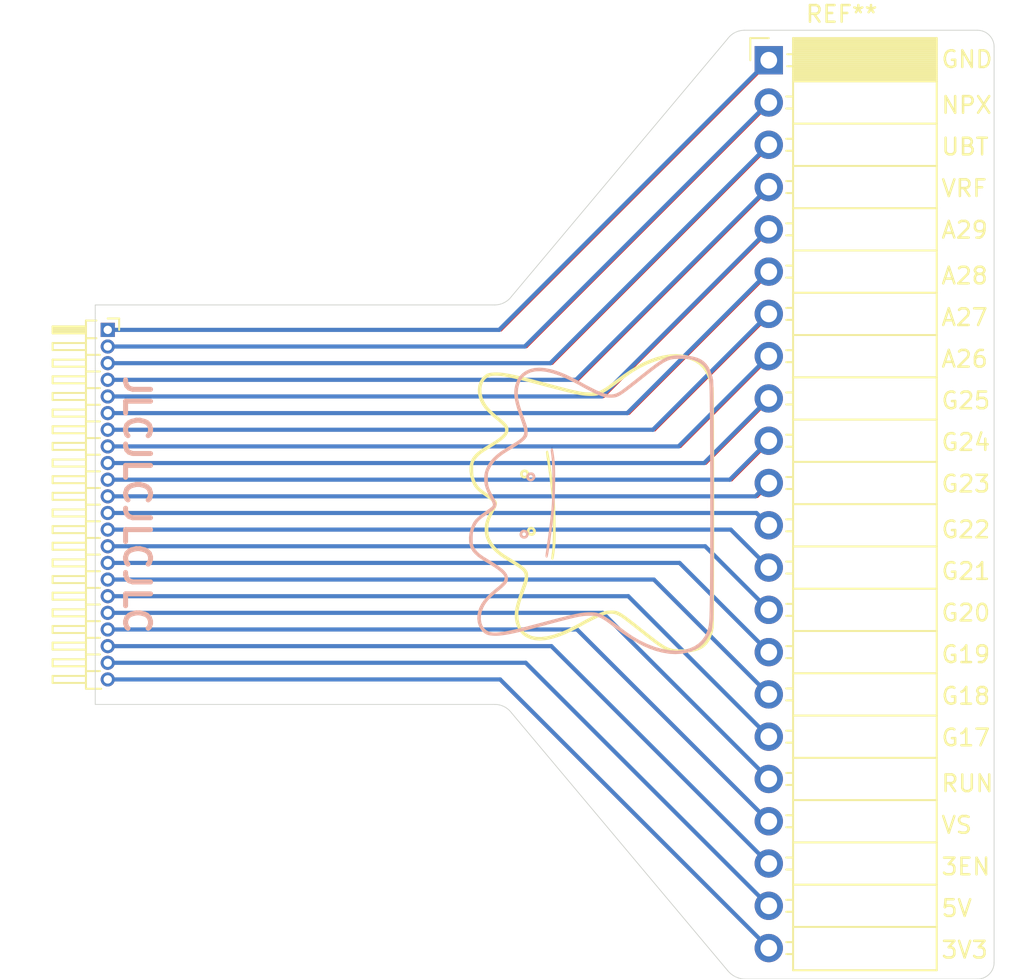
<source format=kicad_pcb>
(kicad_pcb (version 20211014) (generator pcbnew)
  (layers (0 "F.Cu" signal) (31 "B.Cu" signal) (34 "B.Paste" user) (35 "F.Paste" user) (36 "B.SilkS" user "B.Silkscreen") (37 "F.SilkS" user "F.Silkscreen") (38 "B.Mask" user) (39 "F.Mask" user) (44 "Edge.Cuts" user))
  (net 0 "")
  (footprint "Connector_PinSocket_2.54mm:PinSocket_1x22_P2.54mm_Horizontal" (layer "F.Cu") (at 159.0625 67.8)
    (fp_text reference "REF**" (at -9.22 -2.77) (layer "F.SilkS"))
    (fp_text value "PinSocket_1x22_P2.54mm_Horizontal")
    (pad "1" thru_hole rect (at -13.6 0) (size 1.7 1.7) (drill 1) (layers *.Cu *.Mask))
    (pad "2" thru_hole oval (at -13.6 2.54) (size 1.7 1.7) (drill 1) (layers *.Cu *.Mask))
    (pad "3" thru_hole oval (at -13.6 5.08) (size 1.7 1.7) (drill 1) (layers *.Cu *.Mask))
    (pad "4" thru_hole oval (at -13.6 7.62) (size 1.7 1.7) (drill 1) (layers *.Cu *.Mask))
    (pad "5" thru_hole oval (at -13.6 10.16) (size 1.7 1.7) (drill 1) (layers *.Cu *.Mask))
    (pad "6" thru_hole oval (at -13.6 12.7) (size 1.7 1.7) (drill 1) (layers *.Cu *.Mask))
    (pad "7" thru_hole oval (at -13.6 15.24) (size 1.7 1.7) (drill 1) (layers *.Cu *.Mask))
    (pad "8" thru_hole oval (at -13.6 17.78) (size 1.7 1.7) (drill 1) (layers *.Cu *.Mask))
    (pad "9" thru_hole oval (at -13.6 20.32) (size 1.7 1.7) (drill 1) (layers *.Cu *.Mask))
    (pad "10" thru_hole oval (at -13.6 22.86) (size 1.7 1.7) (drill 1) (layers *.Cu *.Mask))
    (pad "11" thru_hole oval (at -13.6 25.4) (size 1.7 1.7) (drill 1) (layers *.Cu *.Mask))
    (pad "12" thru_hole oval (at -13.6 27.94) (size 1.7 1.7) (drill 1) (layers *.Cu *.Mask))
    (pad "13" thru_hole oval (at -13.6 30.48) (size 1.7 1.7) (drill 1) (layers *.Cu *.Mask))
    (pad "14" thru_hole oval (at -13.6 33.02) (size 1.7 1.7) (drill 1) (layers *.Cu *.Mask))
    (pad "15" thru_hole oval (at -13.6 35.56) (size 1.7 1.7) (drill 1) (layers *.Cu *.Mask))
    (pad "16" thru_hole oval (at -13.6 38.1) (size 1.7 1.7) (drill 1) (layers *.Cu *.Mask))
    (pad "17" thru_hole oval (at -13.6 40.64) (size 1.7 1.7) (drill 1) (layers *.Cu *.Mask))
    (pad "18" thru_hole oval (at -13.6 43.18) (size 1.7 1.7) (drill 1) (layers *.Cu *.Mask))
    (pad "19" thru_hole oval (at -13.6 45.72) (size 1.7 1.7) (drill 1) (layers *.Cu *.Mask))
    (pad "20" thru_hole oval (at -13.6 48.26) (size 1.7 1.7) (drill 1) (layers *.Cu *.Mask))
    (pad "21" thru_hole oval (at -13.6 50.8) (size 1.7 1.7) (drill 1) (layers *.Cu *.Mask))
    (pad "22" thru_hole oval (at -13.6 53.34) (size 1.7 1.7) (drill 1) (layers *.Cu *.Mask))
  )
  (footprint "Connector_PinHeader_1.00mm:PinHeader_1x22_P1.00mm_Horizontal" (layer "F.Cu") (at 100.15 84)
    (fp_text reference "J1" hide)
    (fp_text value "Conn_01x21")
    (pad "1" thru_hole rect (at 5.6 0) (size 0.85 0.85) (drill 0.5) (layers *.Cu *.Mask))
    (pad "2" thru_hole oval (at 5.6 1) (size 0.85 0.85) (drill 0.5) (layers *.Cu *.Mask))
    (pad "3" thru_hole oval (at 5.6 2) (size 0.85 0.85) (drill 0.5) (layers *.Cu *.Mask))
    (pad "4" thru_hole oval (at 5.6 3) (size 0.85 0.85) (drill 0.5) (layers *.Cu *.Mask))
    (pad "5" thru_hole oval (at 5.6 4) (size 0.85 0.85) (drill 0.5) (layers *.Cu *.Mask))
    (pad "6" thru_hole oval (at 5.6 5) (size 0.85 0.85) (drill 0.5) (layers *.Cu *.Mask))
    (pad "7" thru_hole oval (at 5.6 6) (size 0.85 0.85) (drill 0.5) (layers *.Cu *.Mask))
    (pad "8" thru_hole oval (at 5.6 7) (size 0.85 0.85) (drill 0.5) (layers *.Cu *.Mask))
    (pad "9" thru_hole oval (at 5.6 8) (size 0.85 0.85) (drill 0.5) (layers *.Cu *.Mask))
    (pad "10" thru_hole oval (at 5.6 9) (size 0.85 0.85) (drill 0.5) (layers *.Cu *.Mask))
    (pad "11" thru_hole oval (at 5.6 10) (size 0.85 0.85) (drill 0.5) (layers *.Cu *.Mask))
    (pad "12" thru_hole oval (at 5.6 11) (size 0.85 0.85) (drill 0.5) (layers *.Cu *.Mask))
    (pad "13" thru_hole oval (at 5.6 12) (size 0.85 0.85) (drill 0.5) (layers *.Cu *.Mask))
    (pad "14" thru_hole oval (at 5.6 13) (size 0.85 0.85) (drill 0.5) (layers *.Cu *.Mask))
    (pad "15" thru_hole oval (at 5.6 14) (size 0.85 0.85) (drill 0.5) (layers *.Cu *.Mask))
    (pad "16" thru_hole oval (at 5.6 15) (size 0.85 0.85) (drill 0.5) (layers *.Cu *.Mask))
    (pad "17" thru_hole oval (at 5.6 16) (size 0.85 0.85) (drill 0.5) (layers *.Cu *.Mask))
    (pad "18" thru_hole oval (at 5.6 17) (size 0.85 0.85) (drill 0.5) (layers *.Cu *.Mask))
    (pad "19" thru_hole oval (at 5.6 18) (size 0.85 0.85) (drill 0.5) (layers *.Cu *.Mask))
    (pad "20" thru_hole oval (at 5.6 19) (size 0.85 0.85) (drill 0.5) (layers *.Cu *.Mask))
    (pad "21" thru_hole oval (at 5.6 20) (size 0.85 0.85) (drill 0.5) (layers *.Cu *.Mask))
    (pad "22" thru_hole oval (at 5.6 21) (size 0.85 0.85) (drill 0.5) (layers *.Cu *.Mask))
  )
  (footprint "LOGO" (layer "F.Cu") (at 135.15 84.3 90)
    (fp_text reference "G***" hide)
    (fp_text value "LOGO" hide)
  )
  (footprint "LOGO" (layer "B.Cu") (at 135.119123 104.632972 -90)
    (fp_text reference "G***" hide)
    (fp_text value "LOGO" hide)
  )
  (gr_line (start 159 67) (end 159 122) (layer "Edge.Cuts") (width 0.05))
  (gr_line (start 105 83) (end 105 82.5) (layer "Edge.Cuts") (width 0.05))
  (gr_line (start 144 66) (end 158 66) (layer "Edge.Cuts") (width 0.05))
  (gr_arc (start 130 82) (mid 129.558911 82.367822) (end 129 82.5) (layer "Edge.Cuts") (width 0.05))
  (gr_arc (start 144 123) (mid 143.447254 122.855491) (end 143 122.5) (layer "Edge.Cuts") (width 0.05))
  (gr_line (start 130 82) (end 143 66.5) (layer "Edge.Cuts") (width 0.05))
  (gr_line (start 105 82.5) (end 129 82.5) (layer "Edge.Cuts") (width 0.05))
  (gr_line (start 105 106.5) (end 105 83) (layer "Edge.Cuts") (width 0.05))
  (gr_line (start 158 123) (end 144 123) (layer "Edge.Cuts") (width 0.05))
  (gr_line (start 143 122.5) (end 130 107) (layer "Edge.Cuts") (width 0.05))
  (gr_arc (start 159 122) (mid 158.707107 122.707107) (end 158 123) (layer "Edge.Cuts") (width 0.05))
  (gr_line (start 129 106.5) (end 105 106.5) (layer "Edge.Cuts") (width 0.05))
  (gr_arc (start 158 66) (mid 158.707107 66.292893) (end 159 67) (layer "Edge.Cuts") (width 0.05))
  (gr_arc (start 129 106.5) (mid 129.558648 106.632703) (end 130 107) (layer "Edge.Cuts") (width 0.05))
  (gr_arc (start 143 66.5) (mid 143.44119 66.132381) (end 144 66) (layer "Edge.Cuts") (width 0.05))
  (gr_text "JLCJLCJLCJLC" (at 107.5 94.5 270) (layer "B.SilkS") (effects (font (size 1.5 1.5) (thickness 0.3))))
  (gr_text "G25" (at 155.75 88.25) (layer "F.SilkS") (effects (font (size 1 1)) (justify left)))
  (gr_text "G19" (at 155.75 103.5) (layer "F.SilkS") (effects (font (size 1 1)) (justify left)))
  (gr_text "3V3" (at 155.75 121.25) (layer "F.SilkS") (effects (font (size 1 1)) (justify left)))
  (gr_text "G24" (at 155.75 90.75) (layer "F.SilkS") (effects (font (size 1 1)) (justify left)))
  (gr_text "5V" (at 155.75 118.75) (layer "F.SilkS") (effects (font (size 1 1)) (justify left)))
  (gr_text "G23" (at 155.75 93.25) (layer "F.SilkS") (effects (font (size 1 1)) (justify left)))
  (gr_text "UBT" (at 155.75 73) (layer "F.SilkS") (effects (font (size 1 1)) (justify left)))
  (gr_text "GND" (at 155.75 67.75) (layer "F.SilkS") (effects (font (size 1 1)) (justify left)))
  (gr_text "A27" (at 155.75 83.25) (layer "F.SilkS") (effects (font (size 1 1)) (justify left)))
  (gr_text "VS" (at 155.75 113.75) (layer "F.SilkS") (effects (font (size 1 1)) (justify left)))
  (gr_text "3EN" (at 155.75 116.25) (layer "F.SilkS") (effects (font (size 1 1)) (justify left)))
  (gr_text "G20" (at 155.75 101) (layer "F.SilkS") (effects (font (size 1 1)) (justify left)))
  (gr_text "A29" (at 155.75 78) (layer "F.SilkS") (effects (font (size 1 1)) (justify left)))
  (gr_text "G18" (at 155.75 106) (layer "F.SilkS") (effects (font (size 1 1)) (justify left)))
  (gr_text "A28" (at 155.75 80.75) (layer "F.SilkS") (effects (font (size 1 1)) (justify left)))
  (gr_text "G21" (at 155.75 98.5) (layer "F.SilkS") (effects (font (size 1 1)) (justify left)))
  (gr_text "RUN" (at 155.75 111.25) (layer "F.SilkS") (effects (font (size 1 1)) (justify left)))
  (gr_text "G17" (at 155.75 108.5) (layer "F.SilkS") (effects (font (size 1 1)) (justify left)))
  (gr_text "A26" (at 155.75 85.75) (layer "F.SilkS") (effects (font (size 1 1)) (justify left)))
  (gr_text "VRF" (at 155.75 75.5) (layer "F.SilkS") (effects (font (size 1 1)) (justify left)))
  (gr_text "G22" (at 155.75 96) (layer "F.SilkS") (effects (font (size 1 1)) (justify left)))
  (gr_text "NPX" (at 155.75 70.5) (layer "F.SilkS") (effects (font (size 1 1)) (justify left)))
  (segment (start 144.7 95) (end 145.5 95.8) (width 0.2) (layer "F.Cu") (net 0))
  (segment (start 129.3 105) (end 145.5 121.2) (width 0.2) (layer "F.Cu") (net 0))
  (segment (start 105.625 93) (end 143.22 93) (width 0.2) (layer "F.Cu") (net 0))
  (segment (start 130.9 85) (end 145.5 70.4) (width 0.2) (layer "F.Cu") (net 0))
  (segment (start 105.625 91) (end 140.14 91) (width 0.2) (layer "F.Cu") (net 0))
  (segment (start 133.98 87) (end 145.5 75.48) (width 0.2) (layer "F.Cu") (net 0))
  (segment (start 143.16 96) (end 145.5 98.34) (width 0.2) (layer "F.Cu") (net 0))
  (segment (start 135.52 88) (end 145.5 78.02) (width 0.2) (layer "F.Cu") (net 0))
  (segment (start 137.06 89) (end 145.5 80.56) (width 0.2) (layer "F.Cu") (net 0))
  (segment (start 140.08 98) (end 145.5 103.42) (width 0.2) (layer "F.Cu") (net 0))
  (segment (start 137 100) (end 145.5 108.5) (width 0.2) (layer "F.Cu") (net 0))
  (segment (start 105.625 89) (end 137.06 89) (width 0.2) (layer "F.Cu") (net 0))
  (segment (start 105.625 85) (end 130.9 85) (width 0.2) (layer "F.Cu") (net 0))
  (segment (start 135.46 101) (end 145.5 111.04) (width 0.2) (layer "F.Cu") (net 0))
  (segment (start 105.625 101) (end 135.46 101) (width 0.2) (layer "F.Cu") (net 0))
  (segment (start 140.14 91) (end 145.5 85.64) (width 0.2) (layer "F.Cu") (net 0))
  (segment (start 105.625 90) (end 138.6 90) (width 0.2) (layer "F.Cu") (net 0))
  (segment (start 105.625 94) (end 144.76 94) (width 0.2) (layer "F.Cu") (net 0))
  (segment (start 105.625 100) (end 137 100) (width 0.2) (layer "F.Cu") (net 0))
  (segment (start 141.62 97) (end 145.5 100.88) (width 0.2) (layer "F.Cu") (net 0))
  (segment (start 141.68 92) (end 145.5 88.18) (width 0.2) (layer "F.Cu") (net 0))
  (segment (start 105.625 102) (end 133.92 102) (width 0.2) (layer "F.Cu") (net 0))
  (segment (start 145.5 67.86) (end 129.36 84) (width 0.2) (layer "F.Cu") (net 0))
  (segment (start 105.625 98) (end 140.08 98) (width 0.2) (layer "F.Cu") (net 0))
  (segment (start 138.54 99) (end 145.5 105.96) (width 0.2) (layer "F.Cu") (net 0))
  (segment (start 132.44 86) (end 145.5 72.94) (width 0.2) (layer "F.Cu") (net 0))
  (segment (start 105.625 95) (end 113 95) (width 0.2) (layer "F.Cu") (net 0))
  (segment (start 112.375 86) (end 132.44 86) (width 0.2) (layer "F.Cu") (net 0))
  (segment (start 143.22 93) (end 145.5 90.72) (width 0.2) (layer "F.Cu") (net 0))
  (segment (start 105.625 86) (end 112.5 86) (width 0.2) (layer "F.Cu") (net 0))
  (segment (start 132.38 103) (end 145.5 116.12) (width 0.2) (layer "F.Cu") (net 0))
  (segment (start 105.625 97) (end 141.62 97) (width 0.2) (layer "F.Cu") (net 0))
  (segment (start 105.625 96) (end 143.16 96) (width 0.2) (layer "F.Cu") (net 0))
  (segment (start 133.92 102) (end 145.5 113.58) (width 0.2) (layer "F.Cu") (net 0))
  (segment (start 130.84 104) (end 145.5 118.66) (width 0.2) (layer "F.Cu") (net 0))
  (segment (start 144.76 94) (end 145.5 93.26) (width 0.2) (layer "F.Cu") (net 0))
  (segment (start 129.36 84) (end 105.625 84) (width 0.2) (layer "F.Cu") (net 0))
  (segment (start 138.6 90) (end 145.5 83.1) (width 0.2) (layer "F.Cu") (net 0))
  (segment (start 105.625 99) (end 138.54 99) (width 0.2) (layer "F.Cu") (net 0))
  (segment (start 105.625 104) (end 130.84 104) (width 0.2) (layer "F.Cu") (net 0))
  (segment (start 105.625 105) (end 129.3 105) (width 0.2) (layer "F.Cu") (net 0))
  (segment (start 105.625 92) (end 141.68 92) (width 0.2) (layer "F.Cu") (net 0))
  (segment (start 112.375 95) (end 144.7 95) (width 0.2) (layer "F.Cu") (net 0))
  (segment (start 105.625 87) (end 133.98 87) (width 0.2) (layer "F.Cu") (net 0))
  (segment (start 105.625 88) (end 135.52 88) (width 0.2) (layer "F.Cu") (net 0))
  (segment (start 105.625 103) (end 132.38 103) (width 0.2) (layer "F.Cu") (net 0))
  (segment (start 105.75 86) (end 132.3425 86) (width 0.25) (layer "B.Cu") (net 0))
  (segment (start 138.5025 90) (end 145.4625 83.04) (width 0.25) (layer "B.Cu") (net 0))
  (segment (start 138.5625 99) (end 145.4625 105.9) (width 0.25) (layer "B.Cu") (net 0))
  (segment (start 129.2625 84) (end 145.4625 67.8) (width 0.25) (layer "B.Cu") (net 0))
  (segment (start 130.8625 104) (end 145.4625 118.6) (width 0.25) (layer "B.Cu") (net 0))
  (segment (start 143.1225 93) (end 145.4625 90.66) (width 0.25) (layer "B.Cu") (net 0))
  (segment (start 105.75 92) (end 141.5825 92) (width 0.25) (layer "B.Cu") (net 0))
  (segment (start 105.75 104) (end 130.8625 104) (width 0.25) (layer "B.Cu") (net 0))
  (segment (start 105.75 103) (end 132.4025 103) (width 0.25) (layer "B.Cu") (net 0))
  (segment (start 105.75 93) (end 143.1225 93) (width 0.25) (layer "B.Cu") (net 0))
  (segment (start 129.3225 105) (end 145.4625 121.14) (width 0.25) (layer "B.Cu") (net 0))
  (segment (start 132.3425 86) (end 145.4625 72.88) (width 0.25) (layer "B.Cu") (net 0))
  (segment (start 105.75 95) (end 144.7225 95) (width 0.25) (layer "B.Cu") (net 0))
  (segment (start 133.9425 102) (end 145.4625 113.52) (width 0.25) (layer "B.Cu") (net 0))
  (segment (start 136.9625 89) (end 105.75 89) (width 0.25) (layer "B.Cu") (net 0))
  (segment (start 105.75 88) (end 135.4225 88) (width 0.25) (layer "B.Cu") (net 0))
  (segment (start 105.75 98) (end 140.1025 98) (width 0.25) (layer "B.Cu") (net 0))
  (segment (start 105.75 90) (end 138.5025 90) (width 0.25) (layer "B.Cu") (net 0))
  (segment (start 132.4025 103) (end 145.4625 116.06) (width 0.25) (layer "B.Cu") (net 0))
  (segment (start 140.0425 91) (end 145.4625 85.58) (width 0.25) (layer "B.Cu") (net 0))
  (segment (start 105.75 101) (end 135.4825 101) (width 0.25) (layer "B.Cu") (net 0))
  (segment (start 141.5825 92) (end 145.4625 88.12) (width 0.25) (layer "B.Cu") (net 0))
  (segment (start 135.4825 101) (end 145.4625 110.98) (width 0.25) (layer "B.Cu") (net 0))
  (segment (start 140.1025 98) (end 145.4625 103.36) (width 0.25) (layer "B.Cu") (net 0))
  (segment (start 105.75 84) (end 129.2625 84) (width 0.25) (layer "B.Cu") (net 0))
  (segment (start 105.75 91) (end 140.0425 91) (width 0.25) (layer "B.Cu") (net 0))
  (segment (start 145.4625 70.34) (end 130.8025 85) (width 0.25) (layer "B.Cu") (net 0))
  (segment (start 105.75 102) (end 133.9425 102) (width 0.25) (layer "B.Cu") (net 0))
  (segment (start 145.4625 75.42) (end 133.8825 87) (width 0.25) (layer "B.Cu") (net 0))
  (segment (start 144.6625 94) (end 145.4625 93.2) (width 0.25) (layer "B.Cu") (net 0))
  (segment (start 133.8825 87) (end 105.75 87) (width 0.25) (layer "B.Cu") (net 0))
  (segment (start 144.7225 95) (end 145.4625 95.74) (width 0.25) (layer "B.Cu") (net 0))
  (segment (start 137.0225 100) (end 145.4625 108.44) (width 0.25) (layer "B.Cu") (net 0))
  (segment (start 145.4625 80.5) (end 136.9625 89) (width 0.25) (layer "B.Cu") (net 0))
  (segment (start 130.8025 85) (end 105.75 85) (width 0.25) (layer "B.Cu") (net 0))
  (segment (start 143.1825 96) (end 145.4625 98.28) (width 0.25) (layer "B.Cu") (net 0))
  (segment (start 105.75 99) (end 138.5625 99) (width 0.25) (layer "B.Cu") (net 0))
  (segment (start 105.75 100) (end 137.0225 100) (width 0.25) (layer "B.Cu") (net 0))
  (segment (start 135.4225 88) (end 145.4625 77.96) (width 0.25) (layer "B.Cu") (net 0))
  (segment (start 141.6425 97) (end 145.4625 100.82) (width 0.25) (layer "B.Cu") (net 0))
  (segment (start 105.75 97) (end 141.6425 97) (width 0.25) (layer "B.Cu") (net 0))
  (segment (start 105.75 96) (end 143.1825 96) (width 0.25) (layer "B.Cu") (net 0))
  (segment (start 105.75 94) (end 144.6625 94) (width 0.25) (layer "B.Cu") (net 0))
  (segment (start 105.75 105) (end 129.3225 105) (width 0.25) (layer "B.Cu") (net 0))
)
</source>
